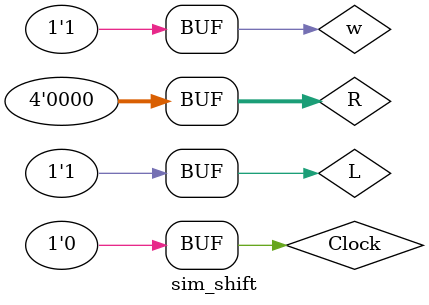
<source format=v>
`timescale 1ns / 1ps
module shift4 (R, L, w, Clock, Q);

  input [3:0] R;
  input L, w, Clock;
  output reg [3:0] Q;

  always @(posedge Clock)
     if (L)
         Q <= R;
    else
         begin
            Q[0] <= Q[1]; //non-blocking statements, will be introduced next
            Q[1] <= Q[2];
            Q[2] <= Q[3];
            Q[3] <= w;
        end
endmodule 



//Simulation
`timescale 1ns / 1ps


module sim_shift;

  reg [3:0] R;
  reg L, w, Clock;
  wire [3:0] Q;
  shift4 uut(R, L, w, Clock, Q);
  
  initial
  begin
  #1 R=0; L=1; w=1;Clock =0;
  end

endmodule


</source>
